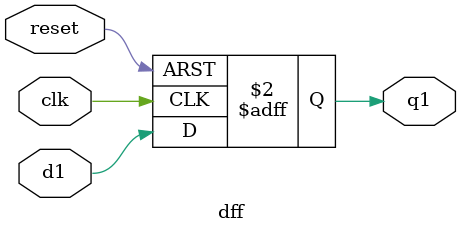
<source format=v>
`timescale 1ns / 1ps
module dff( clk, d1, q1, reset);
	input clk, d1;
	input	reset;
	output reg q1;
	//reg Q1;
	
	// Reset on low, asynchronous
   always @(posedge clk or posedge reset)
      if (reset) begin
         q1 <= 1'b0;
      end else begin
         q1 <= d1;
      end
	
endmodule

</source>
